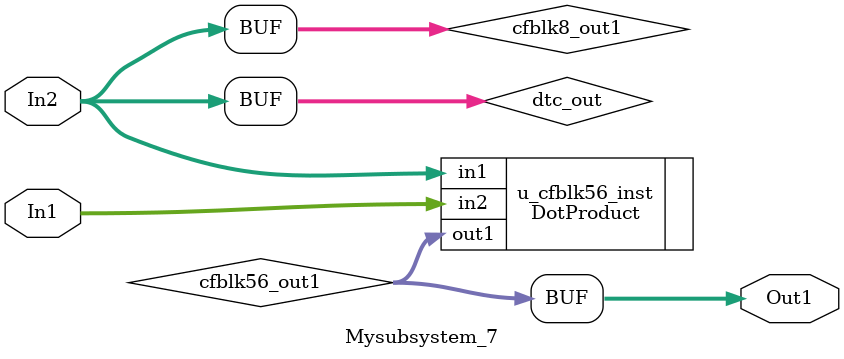
<source format=v>



`timescale 1 ns / 1 ns

module Mysubsystem_7
          (In1,
           In2,
           Out1);


  input   [7:0] In1;  // uint8
  input   [7:0] In2;  // uint8
  output  [15:0] Out1;  // uint16


  wire [7:0] dtc_out;  // ufix8
  wire [7:0] cfblk8_out1;  // uint8
  wire [15:0] cfblk56_out1;  // uint16


  assign dtc_out = In2;



  assign cfblk8_out1 = dtc_out;



  DotProduct u_cfblk56_inst (.in1(cfblk8_out1),  // uint8
                             .in2(In1),  // uint8
                             .out1(cfblk56_out1)  // uint16
                             );

  assign Out1 = cfblk56_out1;

endmodule  // Mysubsystem_7


</source>
